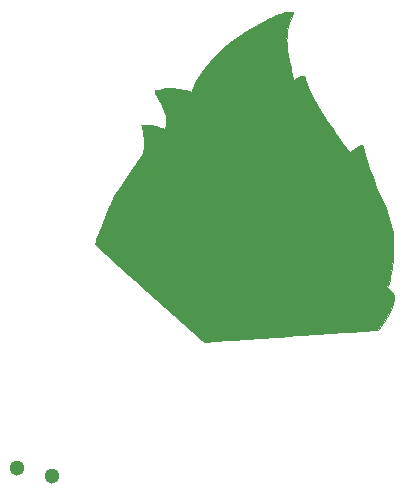
<source format=gbr>
G04 #@! TF.GenerationSoftware,KiCad,Pcbnew,8.0.3*
G04 #@! TF.CreationDate,2024-07-15T14:19:08-05:00*
G04 #@! TF.ProjectId,DumpsterElectroFire,44756d70-7374-4657-9245-6c656374726f,rev?*
G04 #@! TF.SameCoordinates,Original*
G04 #@! TF.FileFunction,Soldermask,Top*
G04 #@! TF.FilePolarity,Negative*
%FSLAX46Y46*%
G04 Gerber Fmt 4.6, Leading zero omitted, Abs format (unit mm)*
G04 Created by KiCad (PCBNEW 8.0.3) date 2024-07-15 14:19:08*
%MOMM*%
%LPD*%
G01*
G04 APERTURE LIST*
%ADD10C,0.010000*%
%ADD11C,1.300000*%
G04 APERTURE END LIST*
D10*
X153276301Y-80519626D02*
X153376061Y-80537141D01*
X153415151Y-80584003D01*
X153401611Y-80674670D01*
X153343479Y-80823600D01*
X153315119Y-80889767D01*
X153098004Y-81491483D01*
X152953116Y-82113142D01*
X152912883Y-82396616D01*
X152892696Y-82640095D01*
X152887359Y-82893729D01*
X152897989Y-83168532D01*
X152925705Y-83475514D01*
X152971624Y-83825688D01*
X153036865Y-84230067D01*
X153122546Y-84699661D01*
X153173330Y-84962000D01*
X153232324Y-85262477D01*
X153287380Y-85543489D01*
X153335923Y-85791852D01*
X153375379Y-85994380D01*
X153403175Y-86137890D01*
X153415499Y-86202481D01*
X153445500Y-86363462D01*
X153593667Y-86250797D01*
X153762577Y-86137275D01*
X153936837Y-86045160D01*
X154101854Y-85979013D01*
X154243040Y-85943391D01*
X154345801Y-85942853D01*
X154395549Y-85981957D01*
X154398000Y-85999491D01*
X154415263Y-86090263D01*
X154463404Y-86244028D01*
X154536956Y-86447310D01*
X154630450Y-86686634D01*
X154738416Y-86948526D01*
X154855385Y-87219511D01*
X154975889Y-87486113D01*
X155094459Y-87734857D01*
X155136660Y-87819500D01*
X155294563Y-88124224D01*
X155455392Y-88417733D01*
X155626089Y-88710949D01*
X155813596Y-89014795D01*
X156024855Y-89340191D01*
X156266808Y-89698060D01*
X156546397Y-90099322D01*
X156870566Y-90554900D01*
X156912620Y-90613500D01*
X157117902Y-90899572D01*
X157321525Y-91183793D01*
X157514259Y-91453245D01*
X157686876Y-91695010D01*
X157830143Y-91896172D01*
X157934831Y-92043812D01*
X157948661Y-92063417D01*
X158060403Y-92219195D01*
X158154824Y-92345591D01*
X158221284Y-92428701D01*
X158248357Y-92455000D01*
X158288978Y-92429041D01*
X158376534Y-92359879D01*
X158494700Y-92260591D01*
X158539963Y-92221409D01*
X158735973Y-92058702D01*
X158893454Y-91949792D01*
X159029898Y-91884994D01*
X159162801Y-91854626D01*
X159210117Y-91850433D01*
X159314664Y-91851617D01*
X159367257Y-91887509D01*
X159399813Y-91981229D01*
X159401861Y-91989334D01*
X159645242Y-92902466D01*
X159902907Y-93753103D01*
X160182625Y-94563168D01*
X160492169Y-95354580D01*
X160839310Y-96149262D01*
X160994110Y-96480697D01*
X161280511Y-97125523D01*
X161508767Y-97737530D01*
X161685612Y-98338295D01*
X161817783Y-98949394D01*
X161874140Y-99299569D01*
X161907302Y-99604666D01*
X161930255Y-99969270D01*
X161942792Y-100368818D01*
X161944703Y-100778742D01*
X161935780Y-101174477D01*
X161915814Y-101531457D01*
X161894911Y-101747167D01*
X161860218Y-101995070D01*
X161811563Y-102288402D01*
X161753282Y-102605354D01*
X161689712Y-102924119D01*
X161625191Y-103222887D01*
X161564055Y-103479853D01*
X161514141Y-103661862D01*
X161433633Y-103925557D01*
X161576038Y-104013569D01*
X161767991Y-104169799D01*
X161913434Y-104363715D01*
X161996680Y-104572478D01*
X162007999Y-104642477D01*
X161998725Y-104889028D01*
X161930590Y-105188151D01*
X161806065Y-105534044D01*
X161627617Y-105920909D01*
X161397715Y-106342945D01*
X161118830Y-106794352D01*
X161043085Y-106909107D01*
X160659380Y-107483334D01*
X160433523Y-107483334D01*
X160374747Y-107486217D01*
X160236898Y-107494620D01*
X160025361Y-107508171D01*
X159745526Y-107526501D01*
X159402778Y-107549238D01*
X159002505Y-107576012D01*
X158550096Y-107606452D01*
X158050936Y-107640188D01*
X157510414Y-107676847D01*
X156933916Y-107716061D01*
X156326831Y-107757458D01*
X155694545Y-107800668D01*
X155042446Y-107845319D01*
X154375921Y-107891042D01*
X153700359Y-107937465D01*
X153021145Y-107984217D01*
X152343667Y-108030929D01*
X151673313Y-108077229D01*
X151015471Y-108122747D01*
X150375527Y-108167111D01*
X149758869Y-108209952D01*
X149170884Y-108250898D01*
X148616959Y-108289579D01*
X148102483Y-108325624D01*
X147632842Y-108358663D01*
X147213424Y-108388324D01*
X146849616Y-108414237D01*
X146546805Y-108436032D01*
X146310379Y-108453337D01*
X146145726Y-108465782D01*
X146085275Y-108470624D01*
X145879382Y-108487829D01*
X141269858Y-104364626D01*
X140735544Y-103886332D01*
X140218773Y-103423052D01*
X139723046Y-102977957D01*
X139251864Y-102554219D01*
X138808729Y-102155011D01*
X138397143Y-101783503D01*
X138020606Y-101442868D01*
X137682621Y-101136278D01*
X137386688Y-100866904D01*
X137136310Y-100637919D01*
X136934988Y-100452494D01*
X136786223Y-100313801D01*
X136693517Y-100225012D01*
X136660372Y-100189299D01*
X136660334Y-100189051D01*
X136675974Y-100128131D01*
X136720326Y-99998662D01*
X136789532Y-99810250D01*
X136879734Y-99572499D01*
X136987076Y-99295013D01*
X137107700Y-98987396D01*
X137237751Y-98659252D01*
X137373371Y-98320187D01*
X137510703Y-97979804D01*
X137645889Y-97647707D01*
X137775074Y-97333502D01*
X137894400Y-97046792D01*
X138000010Y-96797182D01*
X138088048Y-96594275D01*
X138154655Y-96447678D01*
X138193670Y-96370834D01*
X138325775Y-96151579D01*
X138490447Y-95888297D01*
X138690429Y-95576795D01*
X138928463Y-95212880D01*
X139207292Y-94792357D01*
X139529658Y-94311035D01*
X139888374Y-93779389D01*
X140131027Y-93420041D01*
X140330161Y-93120996D01*
X140489865Y-92872541D01*
X140614224Y-92664964D01*
X140707325Y-92488551D01*
X140773256Y-92333589D01*
X140816103Y-92190367D01*
X140839953Y-92049171D01*
X140848894Y-91900288D01*
X140847011Y-91734006D01*
X140838393Y-91540612D01*
X140837534Y-91523667D01*
X140809924Y-91203061D01*
X140761798Y-90861494D01*
X140705075Y-90571939D01*
X140662162Y-90385827D01*
X140627359Y-90233092D01*
X140604508Y-90130709D01*
X140597334Y-90095689D01*
X140635766Y-90089641D01*
X140735467Y-90085522D01*
X140845788Y-90084334D01*
X141123594Y-90101208D01*
X141449196Y-90148220D01*
X141793553Y-90219955D01*
X142127620Y-90310997D01*
X142218807Y-90340363D01*
X142382808Y-90394806D01*
X142513509Y-90437246D01*
X142592351Y-90461705D01*
X142606751Y-90465334D01*
X142620461Y-90426979D01*
X142642839Y-90325763D01*
X142669362Y-90182455D01*
X142672924Y-90161546D01*
X142704059Y-89763291D01*
X142661630Y-89361235D01*
X142543881Y-88946905D01*
X142349052Y-88511832D01*
X142318616Y-88454500D01*
X142149174Y-88140232D01*
X142015720Y-87891702D01*
X141913774Y-87700277D01*
X141838855Y-87557327D01*
X141786482Y-87454218D01*
X141752177Y-87382320D01*
X141731458Y-87333001D01*
X141721898Y-87304823D01*
X141715198Y-87260541D01*
X141735601Y-87227006D01*
X141797453Y-87196896D01*
X141915102Y-87162892D01*
X142076676Y-87123819D01*
X142617720Y-87029496D01*
X143156748Y-87003766D01*
X143709195Y-87047081D01*
X144290494Y-87159896D01*
X144418726Y-87192739D01*
X144592949Y-87237254D01*
X144733552Y-87269660D01*
X144822683Y-87286048D01*
X144844819Y-87285997D01*
X144866424Y-87241984D01*
X144912834Y-87139770D01*
X144975237Y-86998859D01*
X144995885Y-86951667D01*
X145263386Y-86408104D01*
X145595302Y-85848554D01*
X145978719Y-85291505D01*
X146400722Y-84755447D01*
X146848398Y-84258867D01*
X146946000Y-84159797D01*
X147371432Y-83754467D01*
X147817763Y-83369028D01*
X148294727Y-82996670D01*
X148812059Y-82630578D01*
X149379494Y-82263941D01*
X150006767Y-81889947D01*
X150703612Y-81501783D01*
X150878794Y-81407625D01*
X151327917Y-81171333D01*
X151713255Y-80977026D01*
X152042665Y-80821567D01*
X152324003Y-80701817D01*
X152565123Y-80614636D01*
X152773882Y-80556886D01*
X152958135Y-80525428D01*
X153107830Y-80517000D01*
X153276301Y-80519626D01*
G36*
X153276301Y-80519626D02*
G01*
X153376061Y-80537141D01*
X153415151Y-80584003D01*
X153401611Y-80674670D01*
X153343479Y-80823600D01*
X153315119Y-80889767D01*
X153098004Y-81491483D01*
X152953116Y-82113142D01*
X152912883Y-82396616D01*
X152892696Y-82640095D01*
X152887359Y-82893729D01*
X152897989Y-83168532D01*
X152925705Y-83475514D01*
X152971624Y-83825688D01*
X153036865Y-84230067D01*
X153122546Y-84699661D01*
X153173330Y-84962000D01*
X153232324Y-85262477D01*
X153287380Y-85543489D01*
X153335923Y-85791852D01*
X153375379Y-85994380D01*
X153403175Y-86137890D01*
X153415499Y-86202481D01*
X153445500Y-86363462D01*
X153593667Y-86250797D01*
X153762577Y-86137275D01*
X153936837Y-86045160D01*
X154101854Y-85979013D01*
X154243040Y-85943391D01*
X154345801Y-85942853D01*
X154395549Y-85981957D01*
X154398000Y-85999491D01*
X154415263Y-86090263D01*
X154463404Y-86244028D01*
X154536956Y-86447310D01*
X154630450Y-86686634D01*
X154738416Y-86948526D01*
X154855385Y-87219511D01*
X154975889Y-87486113D01*
X155094459Y-87734857D01*
X155136660Y-87819500D01*
X155294563Y-88124224D01*
X155455392Y-88417733D01*
X155626089Y-88710949D01*
X155813596Y-89014795D01*
X156024855Y-89340191D01*
X156266808Y-89698060D01*
X156546397Y-90099322D01*
X156870566Y-90554900D01*
X156912620Y-90613500D01*
X157117902Y-90899572D01*
X157321525Y-91183793D01*
X157514259Y-91453245D01*
X157686876Y-91695010D01*
X157830143Y-91896172D01*
X157934831Y-92043812D01*
X157948661Y-92063417D01*
X158060403Y-92219195D01*
X158154824Y-92345591D01*
X158221284Y-92428701D01*
X158248357Y-92455000D01*
X158288978Y-92429041D01*
X158376534Y-92359879D01*
X158494700Y-92260591D01*
X158539963Y-92221409D01*
X158735973Y-92058702D01*
X158893454Y-91949792D01*
X159029898Y-91884994D01*
X159162801Y-91854626D01*
X159210117Y-91850433D01*
X159314664Y-91851617D01*
X159367257Y-91887509D01*
X159399813Y-91981229D01*
X159401861Y-91989334D01*
X159645242Y-92902466D01*
X159902907Y-93753103D01*
X160182625Y-94563168D01*
X160492169Y-95354580D01*
X160839310Y-96149262D01*
X160994110Y-96480697D01*
X161280511Y-97125523D01*
X161508767Y-97737530D01*
X161685612Y-98338295D01*
X161817783Y-98949394D01*
X161874140Y-99299569D01*
X161907302Y-99604666D01*
X161930255Y-99969270D01*
X161942792Y-100368818D01*
X161944703Y-100778742D01*
X161935780Y-101174477D01*
X161915814Y-101531457D01*
X161894911Y-101747167D01*
X161860218Y-101995070D01*
X161811563Y-102288402D01*
X161753282Y-102605354D01*
X161689712Y-102924119D01*
X161625191Y-103222887D01*
X161564055Y-103479853D01*
X161514141Y-103661862D01*
X161433633Y-103925557D01*
X161576038Y-104013569D01*
X161767991Y-104169799D01*
X161913434Y-104363715D01*
X161996680Y-104572478D01*
X162007999Y-104642477D01*
X161998725Y-104889028D01*
X161930590Y-105188151D01*
X161806065Y-105534044D01*
X161627617Y-105920909D01*
X161397715Y-106342945D01*
X161118830Y-106794352D01*
X161043085Y-106909107D01*
X160659380Y-107483334D01*
X160433523Y-107483334D01*
X160374747Y-107486217D01*
X160236898Y-107494620D01*
X160025361Y-107508171D01*
X159745526Y-107526501D01*
X159402778Y-107549238D01*
X159002505Y-107576012D01*
X158550096Y-107606452D01*
X158050936Y-107640188D01*
X157510414Y-107676847D01*
X156933916Y-107716061D01*
X156326831Y-107757458D01*
X155694545Y-107800668D01*
X155042446Y-107845319D01*
X154375921Y-107891042D01*
X153700359Y-107937465D01*
X153021145Y-107984217D01*
X152343667Y-108030929D01*
X151673313Y-108077229D01*
X151015471Y-108122747D01*
X150375527Y-108167111D01*
X149758869Y-108209952D01*
X149170884Y-108250898D01*
X148616959Y-108289579D01*
X148102483Y-108325624D01*
X147632842Y-108358663D01*
X147213424Y-108388324D01*
X146849616Y-108414237D01*
X146546805Y-108436032D01*
X146310379Y-108453337D01*
X146145726Y-108465782D01*
X146085275Y-108470624D01*
X145879382Y-108487829D01*
X141269858Y-104364626D01*
X140735544Y-103886332D01*
X140218773Y-103423052D01*
X139723046Y-102977957D01*
X139251864Y-102554219D01*
X138808729Y-102155011D01*
X138397143Y-101783503D01*
X138020606Y-101442868D01*
X137682621Y-101136278D01*
X137386688Y-100866904D01*
X137136310Y-100637919D01*
X136934988Y-100452494D01*
X136786223Y-100313801D01*
X136693517Y-100225012D01*
X136660372Y-100189299D01*
X136660334Y-100189051D01*
X136675974Y-100128131D01*
X136720326Y-99998662D01*
X136789532Y-99810250D01*
X136879734Y-99572499D01*
X136987076Y-99295013D01*
X137107700Y-98987396D01*
X137237751Y-98659252D01*
X137373371Y-98320187D01*
X137510703Y-97979804D01*
X137645889Y-97647707D01*
X137775074Y-97333502D01*
X137894400Y-97046792D01*
X138000010Y-96797182D01*
X138088048Y-96594275D01*
X138154655Y-96447678D01*
X138193670Y-96370834D01*
X138325775Y-96151579D01*
X138490447Y-95888297D01*
X138690429Y-95576795D01*
X138928463Y-95212880D01*
X139207292Y-94792357D01*
X139529658Y-94311035D01*
X139888374Y-93779389D01*
X140131027Y-93420041D01*
X140330161Y-93120996D01*
X140489865Y-92872541D01*
X140614224Y-92664964D01*
X140707325Y-92488551D01*
X140773256Y-92333589D01*
X140816103Y-92190367D01*
X140839953Y-92049171D01*
X140848894Y-91900288D01*
X140847011Y-91734006D01*
X140838393Y-91540612D01*
X140837534Y-91523667D01*
X140809924Y-91203061D01*
X140761798Y-90861494D01*
X140705075Y-90571939D01*
X140662162Y-90385827D01*
X140627359Y-90233092D01*
X140604508Y-90130709D01*
X140597334Y-90095689D01*
X140635766Y-90089641D01*
X140735467Y-90085522D01*
X140845788Y-90084334D01*
X141123594Y-90101208D01*
X141449196Y-90148220D01*
X141793553Y-90219955D01*
X142127620Y-90310997D01*
X142218807Y-90340363D01*
X142382808Y-90394806D01*
X142513509Y-90437246D01*
X142592351Y-90461705D01*
X142606751Y-90465334D01*
X142620461Y-90426979D01*
X142642839Y-90325763D01*
X142669362Y-90182455D01*
X142672924Y-90161546D01*
X142704059Y-89763291D01*
X142661630Y-89361235D01*
X142543881Y-88946905D01*
X142349052Y-88511832D01*
X142318616Y-88454500D01*
X142149174Y-88140232D01*
X142015720Y-87891702D01*
X141913774Y-87700277D01*
X141838855Y-87557327D01*
X141786482Y-87454218D01*
X141752177Y-87382320D01*
X141731458Y-87333001D01*
X141721898Y-87304823D01*
X141715198Y-87260541D01*
X141735601Y-87227006D01*
X141797453Y-87196896D01*
X141915102Y-87162892D01*
X142076676Y-87123819D01*
X142617720Y-87029496D01*
X143156748Y-87003766D01*
X143709195Y-87047081D01*
X144290494Y-87159896D01*
X144418726Y-87192739D01*
X144592949Y-87237254D01*
X144733552Y-87269660D01*
X144822683Y-87286048D01*
X144844819Y-87285997D01*
X144866424Y-87241984D01*
X144912834Y-87139770D01*
X144975237Y-86998859D01*
X144995885Y-86951667D01*
X145263386Y-86408104D01*
X145595302Y-85848554D01*
X145978719Y-85291505D01*
X146400722Y-84755447D01*
X146848398Y-84258867D01*
X146946000Y-84159797D01*
X147371432Y-83754467D01*
X147817763Y-83369028D01*
X148294727Y-82996670D01*
X148812059Y-82630578D01*
X149379494Y-82263941D01*
X150006767Y-81889947D01*
X150703612Y-81501783D01*
X150878794Y-81407625D01*
X151327917Y-81171333D01*
X151713255Y-80977026D01*
X152042665Y-80821567D01*
X152324003Y-80701817D01*
X152565123Y-80614636D01*
X152773882Y-80556886D01*
X152958135Y-80525428D01*
X153107830Y-80517000D01*
X153276301Y-80519626D01*
G37*
D11*
X133008195Y-119880437D03*
X130097307Y-119154671D03*
M02*

</source>
